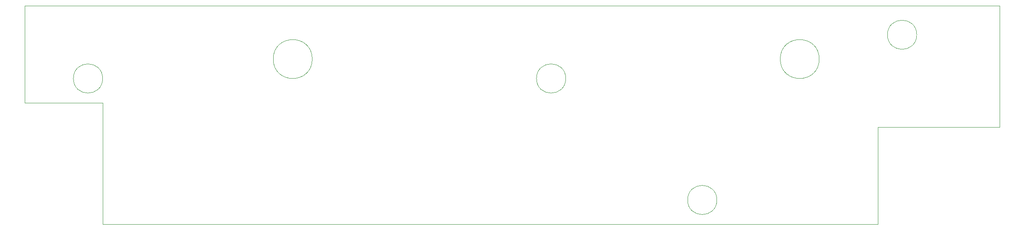
<source format=gbr>
%TF.GenerationSoftware,KiCad,Pcbnew,7.0.9*%
%TF.CreationDate,2024-06-20T14:31:36+03:00*%
%TF.ProjectId,_____ ____ __________,1f3b3042-3020-4443-9e42-3e2041323542,rev?*%
%TF.SameCoordinates,Original*%
%TF.FileFunction,Profile,NP*%
%FSLAX46Y46*%
G04 Gerber Fmt 4.6, Leading zero omitted, Abs format (unit mm)*
G04 Created by KiCad (PCBNEW 7.0.9) date 2024-06-20 14:31:36*
%MOMM*%
%LPD*%
G01*
G04 APERTURE LIST*
%TA.AperFunction,Profile*%
%ADD10C,0.100000*%
%TD*%
G04 APERTURE END LIST*
D10*
X30000000Y-70000000D02*
X30000000Y-50000000D01*
X230000000Y-50000000D02*
X230000000Y-75000000D01*
X30000000Y-70000000D02*
X46000000Y-70000000D01*
X46000000Y-70000000D02*
X46000000Y-75000000D01*
X46000000Y-65000000D02*
G75*
G03*
X46000000Y-65000000I-3000000J0D01*
G01*
X193000000Y-61000000D02*
G75*
G03*
X193000000Y-61000000I-4000000J0D01*
G01*
X46000000Y-95000000D02*
X46000000Y-75000000D01*
X205000000Y-95000000D02*
X46000000Y-95000000D01*
X141000000Y-65000000D02*
G75*
G03*
X141000000Y-65000000I-3000000J0D01*
G01*
X30000000Y-50000000D02*
X230000000Y-50000000D01*
X172000000Y-90000000D02*
G75*
G03*
X172000000Y-90000000I-3000000J0D01*
G01*
X230000000Y-75000000D02*
X205000000Y-75000000D01*
X213000000Y-56000000D02*
G75*
G03*
X213000000Y-56000000I-3000000J0D01*
G01*
X89000000Y-61000000D02*
G75*
G03*
X89000000Y-61000000I-4000000J0D01*
G01*
X205000000Y-75000000D02*
X205000000Y-95000000D01*
M02*

</source>
